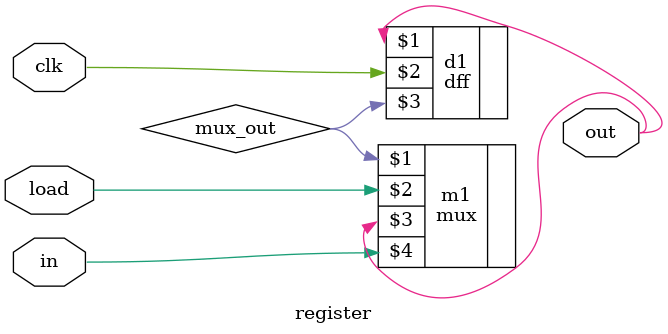
<source format=v>
`timescale 1ns / 1ps

module register(out, clk, load, in);
input in, load, clk;
output out;
wire mux_out;
mux m1(mux_out, load, out, in);
dff d1(out, clk, mux_out);
endmodule
</source>
